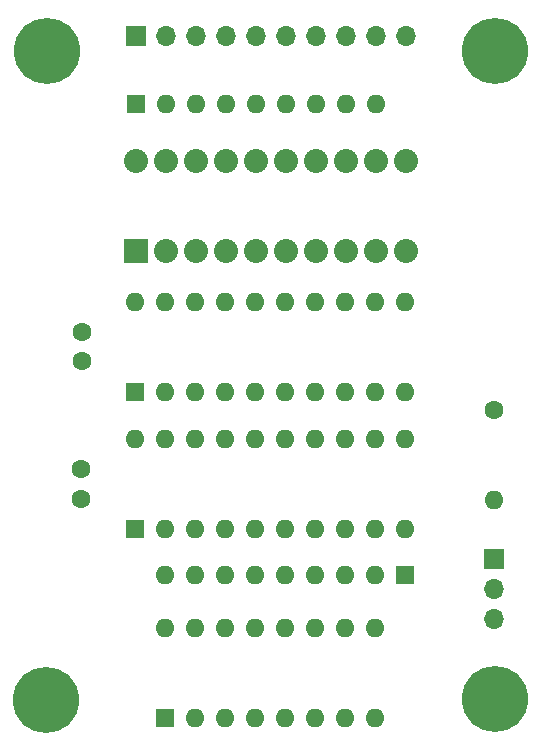
<source format=gbr>
%TF.GenerationSoftware,KiCad,Pcbnew,(6.0.5-0)*%
%TF.CreationDate,2022-07-20T14:51:46+02:00*%
%TF.ProjectId,bus driver,62757320-6472-4697-9665-722e6b696361,rev?*%
%TF.SameCoordinates,Original*%
%TF.FileFunction,Soldermask,Top*%
%TF.FilePolarity,Negative*%
%FSLAX46Y46*%
G04 Gerber Fmt 4.6, Leading zero omitted, Abs format (unit mm)*
G04 Created by KiCad (PCBNEW (6.0.5-0)) date 2022-07-20 14:51:46*
%MOMM*%
%LPD*%
G01*
G04 APERTURE LIST*
%ADD10C,1.600000*%
%ADD11C,5.600000*%
%ADD12R,1.600000X1.600000*%
%ADD13O,1.600000X1.600000*%
%ADD14R,2.032000X2.032000*%
%ADD15C,2.032000*%
%ADD16R,1.700000X1.700000*%
%ADD17O,1.700000X1.700000*%
G04 APERTURE END LIST*
D10*
%TO.C,C1*%
X132727454Y-104871200D03*
X132727454Y-107371200D03*
%TD*%
%TO.C,C2*%
X132778254Y-93238000D03*
X132778254Y-95738000D03*
%TD*%
D11*
%TO.C,*%
X167728654Y-124358400D03*
%TD*%
D12*
%TO.C,RN2*%
X137322800Y-73914000D03*
D13*
X139862800Y-73914000D03*
X142402800Y-73914000D03*
X144942800Y-73914000D03*
X147482800Y-73914000D03*
X150022800Y-73914000D03*
X152562800Y-73914000D03*
X155102800Y-73914000D03*
X157642800Y-73914000D03*
%TD*%
D14*
%TO.C,BAR1*%
X137318300Y-86410800D03*
D15*
X139858300Y-86410800D03*
X142398300Y-86410800D03*
X144938300Y-86410800D03*
X147478300Y-86410800D03*
X150018300Y-86410800D03*
X152558300Y-86410800D03*
X155098300Y-86410800D03*
X157638300Y-86410800D03*
X160178300Y-86410800D03*
X160178300Y-78790800D03*
X157638300Y-78790800D03*
X155098300Y-78790800D03*
X152558300Y-78790800D03*
X150018300Y-78790800D03*
X147478300Y-78790800D03*
X144938300Y-78790800D03*
X142398300Y-78790800D03*
X139858300Y-78790800D03*
X137318300Y-78790800D03*
%TD*%
D12*
%TO.C,SW1*%
X139842400Y-125941500D03*
D13*
X142382400Y-125941500D03*
X144922400Y-125941500D03*
X147462400Y-125941500D03*
X150002400Y-125941500D03*
X152542400Y-125941500D03*
X155082400Y-125941500D03*
X157622400Y-125941500D03*
X157622400Y-118321500D03*
X155082400Y-118321500D03*
X152542400Y-118321500D03*
X150002400Y-118321500D03*
X147462400Y-118321500D03*
X144922400Y-118321500D03*
X142382400Y-118321500D03*
X139842400Y-118321500D03*
%TD*%
D12*
%TO.C,RN1*%
X160162000Y-113792000D03*
D13*
X157622000Y-113792000D03*
X155082000Y-113792000D03*
X152542000Y-113792000D03*
X150002000Y-113792000D03*
X147462000Y-113792000D03*
X144922000Y-113792000D03*
X142382000Y-113792000D03*
X139842000Y-113792000D03*
%TD*%
D16*
%TO.C,SW2*%
X167677854Y-112486200D03*
D17*
X167677854Y-115026200D03*
X167677854Y-117566200D03*
%TD*%
D12*
%TO.C,U2*%
X137292000Y-98288000D03*
D13*
X139832000Y-98288000D03*
X142372000Y-98288000D03*
X144912000Y-98288000D03*
X147452000Y-98288000D03*
X149992000Y-98288000D03*
X152532000Y-98288000D03*
X155072000Y-98288000D03*
X157612000Y-98288000D03*
X160152000Y-98288000D03*
X160152000Y-90668000D03*
X157612000Y-90668000D03*
X155072000Y-90668000D03*
X152532000Y-90668000D03*
X149992000Y-90668000D03*
X147452000Y-90668000D03*
X144912000Y-90668000D03*
X142372000Y-90668000D03*
X139832000Y-90668000D03*
X137292000Y-90668000D03*
%TD*%
D10*
%TO.C,R1*%
X167627054Y-99822000D03*
D13*
X167627054Y-107442000D03*
%TD*%
D11*
%TO.C,*%
X167728654Y-69443600D03*
%TD*%
D16*
%TO.C,J1*%
X137350254Y-68173600D03*
D17*
X139890254Y-68173600D03*
X142430254Y-68173600D03*
X144970254Y-68173600D03*
X147510254Y-68173600D03*
X150050254Y-68173600D03*
X152590254Y-68173600D03*
X155130254Y-68173600D03*
X157670254Y-68173600D03*
X160210254Y-68173600D03*
%TD*%
D11*
%TO.C,*%
X129781054Y-69443600D03*
%TD*%
%TO.C,*%
X129730254Y-124409200D03*
%TD*%
D12*
%TO.C,U1*%
X137292000Y-109921200D03*
D13*
X139832000Y-109921200D03*
X142372000Y-109921200D03*
X144912000Y-109921200D03*
X147452000Y-109921200D03*
X149992000Y-109921200D03*
X152532000Y-109921200D03*
X155072000Y-109921200D03*
X157612000Y-109921200D03*
X160152000Y-109921200D03*
X160152000Y-102301200D03*
X157612000Y-102301200D03*
X155072000Y-102301200D03*
X152532000Y-102301200D03*
X149992000Y-102301200D03*
X147452000Y-102301200D03*
X144912000Y-102301200D03*
X142372000Y-102301200D03*
X139832000Y-102301200D03*
X137292000Y-102301200D03*
%TD*%
M02*

</source>
